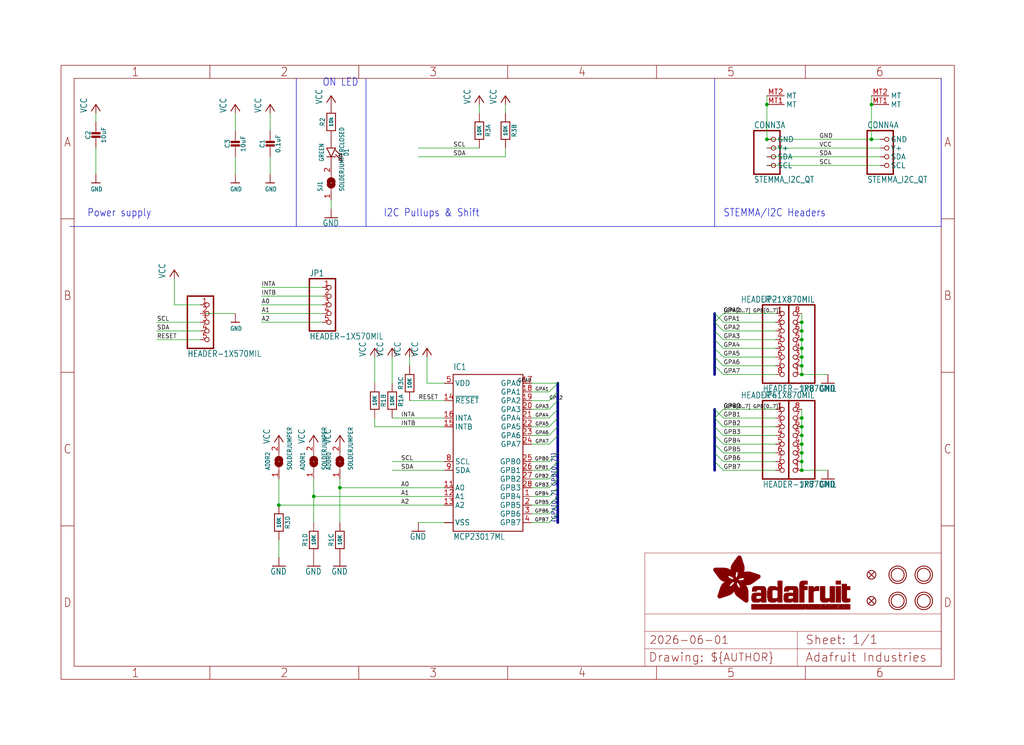
<source format=kicad_sch>
(kicad_sch (version 20250114) (generator "eeschema") (generator_version "9.0")
  (paper "User" 298.45 217.322)
  (lib_symbols
    (symbol "Adafruit MCP23017 GPIO Expander-eagle-import:CAP_CERAMIC0603_NO"
      (property "Reference" "C" (at -2.29 1.25 90))
      (symbol "CAP_CERAMIC0603_NO_1_0"
        (pin passive line (at 0 5.08 270) (length 2.54) (name "1") (number "1"))
        (pin passive line (at 0 -2.54 90) (length 2.54) (name "2") (number "2"))
      )
    )
    (symbol "Adafruit MCP23017 GPIO Expander-eagle-import:CAP_CERAMIC0805-NOOUTLINE"
      (property "Reference" "C" (at -2.29 1.25 90))
      (symbol "CAP_CERAMIC0805-NOOUTLINE_1_0"
        (pin passive line (at 0 5.08 270) (length 2.54) (name "1") (number "1"))
        (pin passive line (at 0 -2.54 90) (length 2.54) (name "2") (number "2"))
      )
    )
    (symbol "Adafruit MCP23017 GPIO Expander-eagle-import:FIDUCIAL_1MM")
    (symbol "Adafruit MCP23017 GPIO Expander-eagle-import:FRAME_A4_ADAFRUIT"
      (symbol "FRAME_A4_ADAFRUIT_1_0"
        (text "A" (at 1.905 156.6863 0) (effects (font (size 2.54 2.286))))
        (text "B" (at 1.905 111.9188 0) (effects (font (size 2.54 2.286))))
        (text "C" (at 1.905 67.1513 0) (effects (font (size 2.54 2.286))))
        (text "D" (at 1.905 22.3838 0) (effects (font (size 2.54 2.286))))
        (text "1" (at 21.6958 177.165 0) (effects (font (size 2.54 2.286))))
        (text "1" (at 21.6958 1.905 0) (effects (font (size 2.54 2.286))))
        (text "2" (at 65.0875 177.165 0) (effects (font (size 2.54 2.286))))
        (text "2" (at 65.0875 1.905 0) (effects (font (size 2.54 2.286))))
        (text "3" (at 108.4792 177.165 0) (effects (font (size 2.54 2.286))))
        (text "3" (at 108.4792 1.905 0) (effects (font (size 2.54 2.286))))
        (text "4" (at 151.8708 177.165 0) (effects (font (size 2.54 2.286))))
        (text "4" (at 151.8708 1.905 0) (effects (font (size 2.54 2.286))))
        (text "Drawing:" (at 171.196 4.953 0) (effects (font (size 2.54 2.54)) (justify left bottom)))
        (text "${PROJECTNAME}" (at 171.45 15.24 0) (effects (font (size 2.54 2.54)) (justify left bottom)))
        (text "${CURRENT_DATE}" (at 171.45 10.16 0) (effects (font (size 2.286 2.286)) (justify left bottom)))
        (text "${AUTHOR}" (at 189.23 5.08 0) (effects (font (size 2.286 2.286)) (justify left bottom)))
        (text "5" (at 195.2625 177.165 0) (effects (font (size 2.54 2.286))))
        (text "5" (at 195.2625 1.905 0) (effects (font (size 2.54 2.286))))
        (text "Sheet:" (at 216.916 10.033 0) (effects (font (size 2.54 2.54)) (justify left bottom)))
        (text "Adafruit Industries" (at 216.916 4.953 0) (effects (font (size 2.54 2.54)) (justify left bottom)))
        (text "${#}/${##}" (at 230.505 10.16 0) (effects (font (size 2.54 2.54)) (justify left bottom)))
        (text "6" (at 238.6542 177.165 0) (effects (font (size 2.54 2.286))))
        (text "6" (at 238.6542 1.905 0) (effects (font (size 2.54 2.286))))
        (text "A" (at 258.445 156.6863 0) (effects (font (size 2.54 2.286))))
        (text "B" (at 258.445 111.9188 0) (effects (font (size 2.54 2.286))))
        (text "C" (at 258.445 67.1513 0) (effects (font (size 2.54 2.286))))
        (text "D" (at 258.445 22.3838 0) (effects (font (size 2.54 2.286))))
      )
    )
    (symbol "Adafruit MCP23017 GPIO Expander-eagle-import:GND" (power)
      (symbol "GND_1_0"
        (pin power_in line (at 0 2.54 270) (length 2.54) (name "GND") (number "1"))
      )
    )
    (symbol "Adafruit MCP23017 GPIO Expander-eagle-import:HEADER-1X570MIL"
      (property "Reference" "JP" (at -6.35 8.255 0))
      (symbol "HEADER-1X570MIL_1_0"
        (pin passive inverted (at -2.54 5.08 0) (length 2.54) (name "1") (number "1"))
        (pin passive inverted (at -2.54 2.54 0) (length 2.54) (name "2") (number "2"))
        (pin passive inverted (at -2.54 0 0) (length 2.54) (name "3") (number "3"))
        (pin passive inverted (at -2.54 -2.54 0) (length 2.54) (name "4") (number "4"))
        (pin passive inverted (at -2.54 -5.08 0) (length 2.54) (name "5") (number "5"))
      )
    )
    (symbol "Adafruit MCP23017 GPIO Expander-eagle-import:HEADER-1X870MIL"
      (property "Reference" "JP" (at -6.35 13.335 0))
      (symbol "HEADER-1X870MIL_1_0"
        (pin passive inverted (at -2.54 10.16 0) (length 2.54) (name "1") (number "1"))
        (pin passive inverted (at -2.54 7.62 0) (length 2.54) (name "2") (number "2"))
        (pin passive inverted (at -2.54 5.08 0) (length 2.54) (name "3") (number "3"))
        (pin passive inverted (at -2.54 2.54 0) (length 2.54) (name "4") (number "4"))
        (pin passive inverted (at -2.54 0 0) (length 2.54) (name "5") (number "5"))
        (pin passive inverted (at -2.54 -2.54 0) (length 2.54) (name "6") (number "6"))
        (pin passive inverted (at -2.54 -5.08 0) (length 2.54) (name "7") (number "7"))
        (pin passive inverted (at -2.54 -7.62 0) (length 2.54) (name "8") (number "8"))
      )
    )
    (symbol "Adafruit MCP23017 GPIO Expander-eagle-import:LED0603_NOOUTLINE"
      (property "Reference" "D" (at -1.27 4.445 0))
      (symbol "LED0603_NOOUTLINE_1_0"
        (pin passive line (at -5.08 0 0) (length 2.54) (name "A") (number "A"))
        (pin passive line (at 2.54 0 180) (length 2.54) (name "C") (number "C"))
      )
    )
    (symbol "Adafruit MCP23017 GPIO Expander-eagle-import:MCP23017ML"
      (property "Reference" "IC" (at -10.16 24.13 0))
      (symbol "MCP23017ML_1_0"
        (pin power_in line (at -12.7 20.32 0) (length 2.54) (name "VDD") (number "5"))
        (pin input line (at -12.7 15.24 0) (length 2.54) (name "~{RESET}") (number "14"))
        (pin output line (at -12.7 10.16 0) (length 2.54) (name "INTA") (number "16"))
        (pin output line (at -12.7 7.62 0) (length 2.54) (name "INTB") (number "15"))
        (pin input line (at -12.7 -2.54 0) (length 2.54) (name "SCL") (number "8"))
        (pin bidirectional line (at -12.7 -5.08 0) (length 2.54) (name "SDA") (number "9"))
        (pin input line (at -12.7 -10.16 0) (length 2.54) (name "A0") (number "11"))
        (pin input line (at -12.7 -12.7 0) (length 2.54) (name "A1") (number "12"))
        (pin input line (at -12.7 -15.24 0) (length 2.54) (name "A2") (number "13"))
        (pin power_in line (at -12.7 -20.32 0) (length 2.54) (name "VSS") (number "6"))
        (pin power_in line (at -12.7 -20.32 0) (length 2.54) (name "VSS") (number "EXP"))
        (pin bidirectional line (at 12.7 20.32 180) (length 2.54) (name "GPA0") (number "17"))
        (pin bidirectional line (at 12.7 17.78 180) (length 2.54) (name "GPA1") (number "18"))
        (pin bidirectional line (at 12.7 15.24 180) (length 2.54) (name "GPA2") (number "19"))
        (pin bidirectional line (at 12.7 12.7 180) (length 2.54) (name "GPA3") (number "20"))
        (pin bidirectional line (at 12.7 10.16 180) (length 2.54) (name "GPA4") (number "21"))
        (pin bidirectional line (at 12.7 7.62 180) (length 2.54) (name "GPA5") (number "22"))
        (pin bidirectional line (at 12.7 5.08 180) (length 2.54) (name "GPA6") (number "23"))
        (pin bidirectional line (at 12.7 2.54 180) (length 2.54) (name "GPA7") (number "24"))
        (pin bidirectional line (at 12.7 -2.54 180) (length 2.54) (name "GPB0") (number "25"))
        (pin bidirectional line (at 12.7 -5.08 180) (length 2.54) (name "GPB1") (number "26"))
        (pin bidirectional line (at 12.7 -7.62 180) (length 2.54) (name "GPB2") (number "27"))
        (pin bidirectional line (at 12.7 -10.16 180) (length 2.54) (name "GPB3") (number "28"))
        (pin bidirectional line (at 12.7 -12.7 180) (length 2.54) (name "GPB4") (number "1"))
        (pin bidirectional line (at 12.7 -15.24 180) (length 2.54) (name "GPB5") (number "2"))
        (pin bidirectional line (at 12.7 -17.78 180) (length 2.54) (name "GPB6") (number "3"))
        (pin bidirectional line (at 12.7 -20.32 180) (length 2.54) (name "GPB7") (number "4"))
      )
    )
    (symbol "Adafruit MCP23017 GPIO Expander-eagle-import:MOUNTINGHOLE2.5")
    (symbol "Adafruit MCP23017 GPIO Expander-eagle-import:RESISTOR_0603_NOOUT"
      (property "Reference" "R" (at 0 2.54 0))
      (symbol "RESISTOR_0603_NOOUT_1_0"
        (pin passive line (at -5.08 0 0) (length 2.54) (name "1") (number "1"))
        (pin passive line (at 5.08 0 180) (length 2.54) (name "2") (number "2"))
      )
    )
    (symbol "Adafruit MCP23017 GPIO Expander-eagle-import:RESISTOR_4PACK"
      (property "Reference" "R" (at 0 2.54 0))
      (symbol "RESISTOR_4PACK_1_0"
        (pin passive line (at -5.08 0 0) (length 2.54) (name "1") (number "1"))
        (pin passive line (at 5.08 0 180) (length 2.54) (name "2") (number "8"))
      )
      (symbol "RESISTOR_4PACK_2_0"
        (pin passive line (at -5.08 0 0) (length 2.54) (name "1") (number "2"))
        (pin passive line (at 5.08 0 180) (length 2.54) (name "2") (number "7"))
      )
      (symbol "RESISTOR_4PACK_3_0"
        (pin passive line (at -5.08 0 0) (length 2.54) (name "1") (number "3"))
        (pin passive line (at 5.08 0 180) (length 2.54) (name "2") (number "6"))
      )
      (symbol "RESISTOR_4PACK_4_0"
        (pin passive line (at -5.08 0 0) (length 2.54) (name "1") (number "4"))
        (pin passive line (at 5.08 0 180) (length 2.54) (name "2") (number "5"))
      )
    )
    (symbol "Adafruit MCP23017 GPIO Expander-eagle-import:SOLDERJUMPER"
      (property "Reference" "SJ" (at -2.54 2.54 0))
      (symbol "SOLDERJUMPER_1_0"
        (pin passive line (at -5.08 0 0) (length 2.54) (name "1") (number "1"))
        (pin passive line (at 5.08 0 180) (length 2.54) (name "2") (number "2"))
      )
    )
    (symbol "Adafruit MCP23017 GPIO Expander-eagle-import:SOLDERJUMPERCLOSED"
      (property "Reference" "SJ" (at -2.54 2.54 0))
      (symbol "SOLDERJUMPERCLOSED_1_0"
        (pin passive line (at -5.08 0 0) (length 2.54) (name "1") (number "1"))
        (pin passive line (at 5.08 0 180) (length 2.54) (name "2") (number "2"))
      )
    )
    (symbol "Adafruit MCP23017 GPIO Expander-eagle-import:STEMMA_I2C_QT"
      (symbol "STEMMA_I2C_QT_1_0"
        (pin passive inverted (at 0 5.08 0) (length 2.54) (name "GND") (number "1"))
        (pin passive inverted (at 0 2.54 0) (length 2.54) (name "V+") (number "2"))
        (pin passive inverted (at 0 0 0) (length 2.54) (name "SDA") (number "3"))
        (pin passive inverted (at 0 -2.54 0) (length 2.54) (name "SCL") (number "4"))
      )
      (symbol "STEMMA_I2C_QT_2_0"
        (pin bidirectional line (at 0 0 0) (length 5.08) (name "MT") (number "MT1"))
      )
      (symbol "STEMMA_I2C_QT_3_0"
        (pin bidirectional line (at 0 0 0) (length 5.08) (name "MT") (number "MT2"))
      )
    )
    (symbol "Adafruit MCP23017 GPIO Expander-eagle-import:VCC" (power)
      (symbol "VCC_1_0"
        (pin power_in line (at 0 -2.54 90) (length 2.54) (name "VCC") (number "1"))
      )
    )
    (symbol "Adafruit MCP23017 GPIO Expander-eagle-import:supply1_371_GND" (power)
      (symbol "supply1_371_GND_1_0"
        (pin power_in line (at 0 2.54 270) (length 2.54) (name "GND") (number "1"))
      )
    )
    (symbol "Adafruit MCP23017 GPIO Expander-eagle-import:supply1_GND" (power)
      (symbol "supply1_GND_1_0"
        (pin power_in line (at 0 2.54 270) (length 2.54) (name "GND") (number "1"))
      )
    )
  )
  (text "ON LED" (at 93.98 25.4 0) (effects (font (size 2.1844 1.8567)) (justify left bottom)))
  (text "Power supply" (at 25.4 63.5 0) (effects (font (size 2.1844 1.8567)) (justify left bottom)))
  (text "I2C Pullups & Shift" (at 111.76 63.5 0) (effects (font (size 2.1844 1.8567)) (justify left bottom)))
  (text "STEMMA/I2C Headers" (at 210.82 63.5 0) (effects (font (size 2.1844 1.8567)) (justify left bottom)))
  (junction (at 233.68 124.46))
  (junction (at 233.68 109.22))
  (junction (at 233.68 106.68))
  (junction (at 223.52 30.48))
  (junction (at 81.28 147.32))
  (junction (at 233.68 134.62))
  (junction (at 233.68 96.52))
  (junction (at 233.68 121.92))
  (junction (at 99.06 142.24))
  (junction (at 233.68 137.16))
  (junction (at 233.68 101.6))
  (junction (at 91.44 144.78))
  (junction (at 233.68 99.06))
  (junction (at 233.68 129.54))
  (junction (at 254 40.64))
  (junction (at 233.68 132.08))
  (junction (at 233.68 127))
  (junction (at 233.68 104.14))
  (junction (at 233.68 93.98))
  (junction (at 254 30.48))
  (junction (at 223.52 40.64))
  (bus_entry (at 210.82 121.92) (size -2.54 -2.54))
  (bus_entry (at 160.02 119.38) (size 2.54 -2.54))
  (bus_entry (at 210.82 106.68) (size -2.54 -2.54))
  (bus_entry (at 210.82 119.38) (size -2.54 2.54))
  (bus_entry (at 160.02 129.54) (size 2.54 -2.54))
  (bus_entry (at 210.82 99.06) (size -2.54 -2.54))
  (bus_entry (at 210.82 91.44) (size -2.54 2.54))
  (bus_entry (at 160.02 137.16) (size 2.54 -2.54))
  (bus_entry (at 210.82 101.6) (size -2.54 -2.54))
  (bus_entry (at 210.82 127) (size -2.54 -2.54))
  (bus_entry (at 160.02 152.4) (size 2.54 -2.54))
  (bus_entry (at 160.02 147.32) (size 2.54 -2.54))
  (bus_entry (at 160.02 142.24) (size 2.54 -2.54))
  (bus_entry (at 160.02 139.7) (size 2.54 -2.54))
  (bus_entry (at 210.82 137.16) (size -2.54 -2.54))
  (bus_entry (at 210.82 96.52) (size -2.54 -2.54))
  (bus_entry (at 210.82 129.54) (size -2.54 -2.54))
  (bus_entry (at 210.82 124.46) (size -2.54 -2.54))
  (bus_entry (at 160.02 144.78) (size 2.54 -2.54))
  (bus_entry (at 160.02 124.46) (size 2.54 -2.54))
  (bus_entry (at 210.82 93.98) (size -2.54 -2.54))
  (bus_entry (at 160.02 134.62) (size 2.54 -2.54))
  (bus_entry (at 210.82 104.14) (size -2.54 -2.54))
  (bus_entry (at 160.02 116.84) (size 2.54 -2.54))
  (bus_entry (at 160.02 114.3) (size 2.54 -2.54))
  (bus_entry (at 160.02 121.92) (size 2.54 -2.54))
  (bus_entry (at 210.82 109.22) (size -2.54 -2.54))
  (bus_entry (at 210.82 134.62) (size -2.54 -2.54))
  (bus_entry (at 160.02 127) (size 2.54 -2.54))
  (bus_entry (at 210.82 132.08) (size -2.54 -2.54))
  (bus_entry (at 160.02 149.86) (size 2.54 -2.54))
  (wire (pts (xy 154.94 142.24) (xy 160.02 142.24)) (stroke (width 0.1524)))
  (wire (pts (xy 147.32 45.72) (xy 121.92 45.72)) (stroke (width 0.1524)))
  (polyline (pts (xy 208.28 22.86) (xy 208.28 66.04)) (stroke (width 0.1524) (type solid)))
  (bus (pts (xy 208.28 127) (xy 208.28 129.54)) (stroke (width 0.762)))
  (bus (pts (xy 162.56 119.38) (xy 162.56 121.92)) (stroke (width 0.762)))
  (wire (pts (xy 241.3 109.22) (xy 233.68 109.22)) (stroke (width 0.1524)))
  (wire (pts (xy 78.74 33.02) (xy 78.74 38.1)) (stroke (width 0.1524)))
  (wire (pts (xy 210.82 124.46) (xy 226.06 124.46)) (stroke (width 0.1524)))
  (wire (pts (xy 233.68 124.46) (xy 233.68 127)) (stroke (width 0.1524)))
  (bus (pts (xy 162.56 137.16) (xy 162.56 139.7)) (stroke (width 0.762)))
  (wire (pts (xy 233.68 101.6) (xy 233.68 99.06)) (stroke (width 0.1524)))
  (wire (pts (xy 256.54 40.64) (xy 254 40.64)) (stroke (width 0.1524)))
  (wire (pts (xy 210.82 127) (xy 226.06 127)) (stroke (width 0.1524)))
  (bus (pts (xy 162.56 121.92) (xy 162.56 124.46)) (stroke (width 0.762)))
  (polyline (pts (xy 86.36 66.04) (xy 106.68 66.04)) (stroke (width 0.1524) (type solid)))
  (wire (pts (xy 210.82 99.06) (xy 226.06 99.06)) (stroke (width 0.1524)))
  (polyline (pts (xy 208.28 66.04) (xy 274.32 66.04)) (stroke (width 0.1524) (type solid)))
  (wire (pts (xy 27.94 33.02) (xy 27.94 35.56)) (stroke (width 0.1524)))
  (bus (pts (xy 162.56 111.76) (xy 162.56 114.3)) (stroke (width 0.762)))
  (wire (pts (xy 210.82 91.44) (xy 226.06 91.44)) (stroke (width 0.1524)))
  (wire (pts (xy 210.82 101.6) (xy 226.06 101.6)) (stroke (width 0.1524)))
  (wire (pts (xy 210.82 106.68) (xy 226.06 106.68)) (stroke (width 0.1524)))
  (wire (pts (xy 154.94 144.78) (xy 160.02 144.78)) (stroke (width 0.1524)))
  (wire (pts (xy 256.54 45.72) (xy 223.52 45.72)) (stroke (width 0.1524)))
  (wire (pts (xy 114.3 137.16) (xy 129.54 137.16)) (stroke (width 0.1524)))
  (polyline (pts (xy 106.68 22.86) (xy 106.68 66.04)) (stroke (width 0.1524) (type solid)))
  (wire (pts (xy 210.82 119.38) (xy 226.06 119.38)) (stroke (width 0.1524)))
  (bus (pts (xy 162.56 127) (xy 162.56 132.08)) (stroke (width 0.762)))
  (wire (pts (xy 154.94 139.7) (xy 160.02 139.7)) (stroke (width 0.1524)))
  (wire (pts (xy 99.06 152.4) (xy 99.06 142.24)) (stroke (width 0.1524)))
  (wire (pts (xy 78.74 45.72) (xy 78.74 50.8)) (stroke (width 0.1524)))
  (wire (pts (xy 210.82 121.92) (xy 226.06 121.92)) (stroke (width 0.1524)))
  (wire (pts (xy 233.68 127) (xy 233.68 129.54)) (stroke (width 0.1524)))
  (wire (pts (xy 58.42 96.52) (xy 45.72 96.52)) (stroke (width 0.1524)))
  (wire (pts (xy 154.94 119.38) (xy 160.02 119.38)) (stroke (width 0.1524)))
  (bus (pts (xy 162.56 144.78) (xy 162.56 147.32)) (stroke (width 0.762)))
  (wire (pts (xy 58.42 91.44) (xy 68.58 91.44)) (stroke (width 0.1524)))
  (wire (pts (xy 93.98 93.98) (xy 76.2 93.98)) (stroke (width 0.1524)))
  (wire (pts (xy 233.68 109.22) (xy 233.68 106.68)) (stroke (width 0.1524)))
  (wire (pts (xy 139.7 43.18) (xy 121.92 43.18)) (stroke (width 0.1524)))
  (wire (pts (xy 129.54 144.78) (xy 91.44 144.78)) (stroke (width 0.1524)))
  (wire (pts (xy 233.68 96.52) (xy 233.68 93.98)) (stroke (width 0.1524)))
  (wire (pts (xy 119.38 104.14) (xy 119.38 106.68)) (stroke (width 0.1524)))
  (polyline (pts (xy 86.36 22.86) (xy 86.36 66.04)) (stroke (width 0.1524) (type solid)))
  (wire (pts (xy 81.28 162.56) (xy 81.28 157.48)) (stroke (width 0.1524)))
  (wire (pts (xy 121.92 152.4) (xy 129.54 152.4)) (stroke (width 0.1524)))
  (wire (pts (xy 99.06 142.24) (xy 99.06 139.7)) (stroke (width 0.1524)))
  (wire (pts (xy 93.98 88.9) (xy 76.2 88.9)) (stroke (width 0.1524)))
  (wire (pts (xy 109.22 104.14) (xy 109.22 111.76)) (stroke (width 0.1524)))
  (polyline (pts (xy 106.68 66.04) (xy 208.28 66.04)) (stroke (width 0.1524) (type solid)))
  (polyline (pts (xy 20.32 66.04) (xy 86.36 66.04)) (stroke (width 0.1524) (type solid)))
  (wire (pts (xy 27.94 50.8) (xy 27.94 43.18)) (stroke (width 0.1524)))
  (wire (pts (xy 233.68 104.14) (xy 233.68 101.6)) (stroke (width 0.1524)))
  (bus (pts (xy 162.56 134.62) (xy 162.56 137.16)) (stroke (width 0.762)))
  (bus (pts (xy 208.28 132.08) (xy 208.28 134.62)) (stroke (width 0.762)))
  (wire (pts (xy 254 40.64) (xy 223.52 40.64)) (stroke (width 0.1524)))
  (wire (pts (xy 109.22 124.46) (xy 129.54 124.46)) (stroke (width 0.1524)))
  (wire (pts (xy 114.3 104.14) (xy 114.3 111.76)) (stroke (width 0.1524)))
  (wire (pts (xy 147.32 43.18) (xy 147.32 45.72)) (stroke (width 0.1524)))
  (wire (pts (xy 68.58 33.02) (xy 68.58 38.1)) (stroke (width 0.1524)))
  (wire (pts (xy 139.7 30.48) (xy 139.7 33.02)) (stroke (width 0.1524)))
  (bus (pts (xy 208.28 134.62) (xy 208.28 137.16)) (stroke (width 0.762)))
  (wire (pts (xy 154.94 129.54) (xy 160.02 129.54)) (stroke (width 0.1524)))
  (wire (pts (xy 223.52 30.48) (xy 223.52 40.64)) (stroke (width 0.1524)))
  (wire (pts (xy 58.42 88.9) (xy 50.8 88.9)) (stroke (width 0.1524)))
  (wire (pts (xy 154.94 121.92) (xy 160.02 121.92)) (stroke (width 0.1524)))
  (wire (pts (xy 154.94 114.3) (xy 160.02 114.3)) (stroke (width 0.1524)))
  (wire (pts (xy 154.94 116.84) (xy 160.02 116.84)) (stroke (width 0.1524)))
  (bus (pts (xy 208.28 91.44) (xy 208.28 93.98)) (stroke (width 0.762)))
  (bus (pts (xy 208.28 96.52) (xy 208.28 99.06)) (stroke (width 0.762)))
  (wire (pts (xy 254 27.94) (xy 254 30.48)) (stroke (width 0.1524)))
  (wire (pts (xy 154.94 149.86) (xy 160.02 149.86)) (stroke (width 0.1524)))
  (wire (pts (xy 223.52 27.94) (xy 223.52 30.48)) (stroke (width 0.1524)))
  (bus (pts (xy 162.56 116.84) (xy 162.56 119.38)) (stroke (width 0.762)))
  (bus (pts (xy 208.28 119.38) (xy 208.28 121.92)) (stroke (width 0.762)))
  (polyline (pts (xy 274.32 22.86) (xy 274.32 66.04)) (stroke (width 0.1524) (type solid)))
  (wire (pts (xy 129.54 134.62) (xy 114.3 134.62)) (stroke (width 0.1524)))
  (wire (pts (xy 50.8 88.9) (xy 50.8 81.28)) (stroke (width 0.1524)))
  (bus (pts (xy 162.56 142.24) (xy 162.56 144.78)) (stroke (width 0.762)))
  (wire (pts (xy 147.32 33.02) (xy 147.32 30.48)) (stroke (width 0.1524)))
  (wire (pts (xy 233.68 93.98) (xy 233.68 91.44)) (stroke (width 0.1524)))
  (wire (pts (xy 210.82 134.62) (xy 226.06 134.62)) (stroke (width 0.1524)))
  (wire (pts (xy 91.44 144.78) (xy 91.44 152.4)) (stroke (width 0.1524)))
  (wire (pts (xy 223.52 48.26) (xy 256.54 48.26)) (stroke (width 0.1524)))
  (bus (pts (xy 208.28 129.54) (xy 208.28 132.08)) (stroke (width 0.762)))
  (wire (pts (xy 91.44 139.7) (xy 91.44 144.78)) (stroke (width 0.1524)))
  (bus (pts (xy 208.28 99.06) (xy 208.28 101.6)) (stroke (width 0.762)))
  (wire (pts (xy 109.22 124.46) (xy 109.22 121.92)) (stroke (width 0.1524)))
  (bus (pts (xy 208.28 124.46) (xy 208.28 127)) (stroke (width 0.762)))
  (wire (pts (xy 58.42 99.06) (xy 45.72 99.06)) (stroke (width 0.1524)))
  (bus (pts (xy 162.56 147.32) (xy 162.56 149.86)) (stroke (width 0.762)))
  (wire (pts (xy 254 30.48) (xy 254 40.64)) (stroke (width 0.1524)))
  (wire (pts (xy 210.82 104.14) (xy 226.06 104.14)) (stroke (width 0.1524)))
  (bus (pts (xy 208.28 93.98) (xy 208.28 96.52)) (stroke (width 0.762)))
  (wire (pts (xy 154.94 127) (xy 160.02 127)) (stroke (width 0.1524)))
  (wire (pts (xy 154.94 137.16) (xy 160.02 137.16)) (stroke (width 0.1524)))
  (wire (pts (xy 58.42 93.98) (xy 45.72 93.98)) (stroke (width 0.1524)))
  (wire (pts (xy 233.68 106.68) (xy 233.68 104.14)) (stroke (width 0.1524)))
  (bus (pts (xy 162.56 149.86) (xy 162.56 152.4)) (stroke (width 0.762)))
  (wire (pts (xy 93.98 83.82) (xy 76.2 83.82)) (stroke (width 0.1524)))
  (wire (pts (xy 154.94 134.62) (xy 160.02 134.62)) (stroke (width 0.1524)))
  (wire (pts (xy 154.94 152.4) (xy 160.02 152.4)) (stroke (width 0.1524)))
  (wire (pts (xy 124.46 111.76) (xy 124.46 104.14)) (stroke (width 0.1524)))
  (wire (pts (xy 129.54 111.76) (xy 124.46 111.76)) (stroke (width 0.1524)))
  (wire (pts (xy 233.68 129.54) (xy 233.68 132.08)) (stroke (width 0.1524)))
  (wire (pts (xy 241.3 137.16) (xy 233.68 137.16)) (stroke (width 0.1524)))
  (wire (pts (xy 233.68 132.08) (xy 233.68 134.62)) (stroke (width 0.1524)))
  (wire (pts (xy 129.54 116.84) (xy 119.38 116.84)) (stroke (width 0.1524)))
  (wire (pts (xy 76.2 91.44) (xy 93.98 91.44)) (stroke (width 0.1524)))
  (wire (pts (xy 96.52 60.96) (xy 96.52 58.42)) (stroke (width 0.1524)))
  (wire (pts (xy 210.82 132.08) (xy 226.06 132.08)) (stroke (width 0.1524)))
  (bus (pts (xy 162.56 124.46) (xy 162.56 127)) (stroke (width 0.762)))
  (bus (pts (xy 208.28 101.6) (xy 208.28 104.14)) (stroke (width 0.762)))
  (wire (pts (xy 233.68 99.06) (xy 233.68 96.52)) (stroke (width 0.1524)))
  (wire (pts (xy 233.68 134.62) (xy 233.68 137.16)) (stroke (width 0.1524)))
  (wire (pts (xy 226.06 96.52) (xy 210.82 96.52)) (stroke (width 0.1524)))
  (wire (pts (xy 223.52 43.18) (xy 256.54 43.18)) (stroke (width 0.1524)))
  (bus (pts (xy 208.28 106.68) (xy 208.28 109.22)) (stroke (width 0.762)))
  (wire (pts (xy 154.94 124.46) (xy 160.02 124.46)) (stroke (width 0.1524)))
  (wire (pts (xy 233.68 121.92) (xy 233.68 124.46)) (stroke (width 0.1524)))
  (wire (pts (xy 210.82 109.22) (xy 226.06 109.22)) (stroke (width 0.1524)))
  (bus (pts (xy 162.56 132.08) (xy 162.56 134.62)) (stroke (width 0.762)))
  (wire (pts (xy 210.82 129.54) (xy 226.06 129.54)) (stroke (width 0.1524)))
  (wire (pts (xy 210.82 137.16) (xy 226.06 137.16)) (stroke (width 0.1524)))
  (wire (pts (xy 129.54 147.32) (xy 81.28 147.32)) (stroke (width 0.1524)))
  (bus (pts (xy 162.56 114.3) (xy 162.56 116.84)) (stroke (width 0.762)))
  (bus (pts (xy 208.28 121.92) (xy 208.28 124.46)) (stroke (width 0.762)))
  (wire (pts (xy 233.68 119.38) (xy 233.68 121.92)) (stroke (width 0.1524)))
  (bus (pts (xy 208.28 104.14) (xy 208.28 106.68)) (stroke (width 0.762)))
  (wire (pts (xy 129.54 121.92) (xy 114.3 121.92)) (stroke (width 0.1524)))
  (wire (pts (xy 76.2 86.36) (xy 93.98 86.36)) (stroke (width 0.1524)))
  (wire (pts (xy 129.54 142.24) (xy 99.06 142.24)) (stroke (width 0.1524)))
  (wire (pts (xy 68.58 45.72) (xy 68.58 50.8)) (stroke (width 0.1524)))
  (wire (pts (xy 154.94 147.32) (xy 160.02 147.32)) (stroke (width 0.1524)))
  (bus (pts (xy 162.56 139.7) (xy 162.56 142.24)) (stroke (width 0.762)))
  (wire (pts (xy 210.82 93.98) (xy 226.06 93.98)) (stroke (width 0.1524)))
  (wire (pts (xy 154.94 111.76) (xy 162.56 111.76)) (stroke (width 0.1524)))
  (wire (pts (xy 81.28 147.32) (xy 81.28 139.7)) (stroke (width 0.1524)))
  (label "GPA2" (at 210.82 96.52 0) (effects (font (size 1.2446 1.2446))))
  (label "GPB7" (at 160.02 152.4 180) (effects (font (size 1.016 1.016))))
  (label "GPA0" (at 154.94 111.76 180) (effects (font (size 1.016 1.016))))
  (label "INTB" (at 76.2 86.36 0) (effects (font (size 1.2446 1.2446))))
  (label "SCL" (at 116.84 134.62 0) (effects (font (size 1.2446 1.2446))))
  (label "GPA3" (at 210.82 99.06 0) (effects (font (size 1.2446 1.2446))))
  (label "GPA4" (at 160.02 121.92 180) (effects (font (size 1.016 1.016))))
  (label "GPA1" (at 210.82 93.98 0) (effects (font (size 1.2446 1.2446))))
  (label "{GPA[0..7] GPB[0..7]}" (at 210.82 119.38 0) (effects (font (size 1.016 1.016))))
  (label "VCC" (at 238.76 43.18 0) (effects (font (size 1.2446 1.2446))))
  (label "GPA3" (at 160.02 119.38 180) (effects (font (size 1.016 1.016))))
  (label "GPA4" (at 210.82 101.6 0) (effects (font (size 1.2446 1.2446))))
  (label "GND" (at 238.76 40.64 0) (effects (font (size 1.2446 1.2446))))
  (label "A1" (at 76.2 91.44 0) (effects (font (size 1.2446 1.2446))))
  (label "SDA" (at 132.08 45.72 0) (effects (font (size 1.2446 1.2446))))
  (label "INTB" (at 116.84 124.46 0) (effects (font (size 1.2446 1.2446))))
  (label "GPB3" (at 210.82 127 0) (effects (font (size 1.2446 1.2446))))
  (label "GPB0" (at 160.02 134.62 180) (effects (font (size 1.016 1.016))))
  (label "SCL" (at 45.72 93.98 0) (effects (font (size 1.2446 1.2446))))
  (label "SDA" (at 116.84 137.16 0) (effects (font (size 1.2446 1.2446))))
  (label "GPA5" (at 160.02 124.46 180) (effects (font (size 1.016 1.016))))
  (label "A2" (at 116.84 147.32 0) (effects (font (size 1.2446 1.2446))))
  (label "GPB2" (at 210.82 124.46 0) (effects (font (size 1.2446 1.2446))))
  (label "GPB1" (at 210.82 121.92 0) (effects (font (size 1.2446 1.2446))))
  (label "{GPA[0..7] GPB[0..7]}" (at 162.56 152.4 90) (effects (font (size 1.2446 1.2446))))
  (label "GPB6" (at 160.02 149.86 180) (effects (font (size 1.016 1.016))))
  (label "GPA2" (at 160.02 116.84 0) (effects (font (size 1.016 1.016))))
  (label "GPB2" (at 160.02 139.7 180) (effects (font (size 1.016 1.016))))
  (label "SDA" (at 238.76 45.72 0) (effects (font (size 1.2446 1.2446))))
  (label "GPA0" (at 210.82 91.44 0) (effects (font (size 1.2446 1.2446))))
  (label "SDA" (at 45.72 96.52 0) (effects (font (size 1.2446 1.2446))))
  (label "SCL" (at 132.08 43.18 0) (effects (font (size 1.2446 1.2446))))
  (label "{GPA[0..7] GPB[0..7]}" (at 210.82 91.44 0) (effects (font (size 1.016 1.016))))
  (label "GPB5" (at 160.02 147.32 180) (effects (font (size 1.016 1.016))))
  (label "GPB6" (at 210.82 134.62 0) (effects (font (size 1.2446 1.2446))))
  (label "GPB5" (at 210.82 132.08 0) (effects (font (size 1.2446 1.2446))))
  (label "GPB7" (at 210.82 137.16 0) (effects (font (size 1.2446 1.2446))))
  (label "A2" (at 76.2 93.98 0) (effects (font (size 1.2446 1.2446))))
  (label "GPB4" (at 160.02 144.78 180) (effects (font (size 1.016 1.016))))
  (label "INTA" (at 76.2 83.82 0) (effects (font (size 1.2446 1.2446))))
  (label "INTA" (at 116.84 121.92 0) (effects (font (size 1.2446 1.2446))))
  (label "GPA6" (at 160.02 127 180) (effects (font (size 1.016 1.016))))
  (label "GPA6" (at 210.82 106.68 0) (effects (font (size 1.2446 1.2446))))
  (label "A0" (at 116.84 142.24 0) (effects (font (size 1.2446 1.2446))))
  (label "GPA1" (at 160.02 114.3 180) (effects (font (size 1.016 1.016))))
  (label "RESET" (at 45.72 99.06 0) (effects (font (size 1.2446 1.2446))))
  (label "GPB3" (at 160.02 142.24 180) (effects (font (size 1.016 1.016))))
  (label "GPA5" (at 210.82 104.14 0) (effects (font (size 1.2446 1.2446))))
  (label "GPB1" (at 160.02 137.16 180) (effects (font (size 1.016 1.016))))
  (label "GPB0" (at 210.82 119.38 0) (effects (font (size 1.2446 1.2446))))
  (label "GPB4" (at 210.82 129.54 0) (effects (font (size 1.2446 1.2446))))
  (label "A0" (at 76.2 88.9 0) (effects (font (size 1.2446 1.2446))))
  (label "SCL" (at 238.76 48.26 0) (effects (font (size 1.2446 1.2446))))
  (label "GPA7" (at 160.02 129.54 180) (effects (font (size 1.016 1.016))))
  (label "A1" (at 116.84 144.78 0) (effects (font (size 1.2446 1.2446))))
  (label "GPA7" (at 210.82 109.22 0) (effects (font (size 1.2446 1.2446))))
  (label "RESET" (at 121.92 116.84 0) (effects (font (size 1.2446 1.2446))))
  (symbol (lib_id "Adafruit MCP23017 GPIO Expander-eagle-import:supply1_371_GND") (at 96.52 63.5 0) (unit 1)
    (property "Reference" "#GND6" (effects (hide yes)))
    (property "Value" "GND" (at 93.98 66.04 0) (effects (font (size 1.778 1.5113)) (justify left bottom)))
  )
  (symbol (lib_id "Adafruit MCP23017 GPIO Expander-eagle-import:VCC") (at 119.38 101.6 0) (unit 1)
    (property "Reference" "#P+14" (effects (hide yes)))
    (property "Value" "VCC" (at 116.84 104.14 90) (effects (font (size 1.778 1.5113)) (justify left bottom)))
  )
  (symbol (lib_id "Adafruit MCP23017 GPIO Expander-eagle-import:RESISTOR_4PACK") (at 109.22 116.84 270) (unit 2)
    (property "Reference" "R1" (at 111.76 116.84 0))
    (property "Value" "10K" (at 109.22 116.84 0) (effects (font (size 1.016 1.016) (thickness 0.2032) (bold yes))))
    (property "Footprint" "Adafruit MCP23017 GPIO Expander:RESPACK_4X0603" (effects (hide yes)))
  )
  (symbol (lib_id "Adafruit MCP23017 GPIO Expander-eagle-import:STEMMA_I2C_QT") (at 254 30.48 0) (unit 2)
    (property "Reference" "CONN4" (effects (hide yes)))
    (property "Value" "STEMMA_I2C_QT" (effects (hide yes)))
    (property "Footprint" "Adafruit MCP23017 GPIO Expander:JST_SH4" (effects (hide yes)))
  )
  (symbol (lib_id "Adafruit MCP23017 GPIO Expander-eagle-import:HEADER-1X570MIL") (at 60.96 93.98 0) (unit 1)
    (property "Reference" "JP5" (effects (hide yes)))
    (property "Value" "HEADER-1X570MIL" (at 54.61 104.14 0) (effects (font (size 1.778 1.5113)) (justify left bottom)))
    (property "Footprint" "Adafruit MCP23017 GPIO Expander:1X05_ROUND_70" (effects (hide yes)))
  )
  (symbol (lib_id "Adafruit MCP23017 GPIO Expander-eagle-import:MOUNTINGHOLE2.5") (at 269.24 175.26 0) (unit 1)
    (property "Reference" "U$21" (effects (hide yes)))
    (property "Value" "MOUNTINGHOLE2.5" (effects (hide yes)))
    (property "Footprint" "Adafruit MCP23017 GPIO Expander:MOUNTINGHOLE_2.5_PLATED" (effects (hide yes)))
  )
  (symbol (lib_id "Adafruit MCP23017 GPIO Expander-eagle-import:STEMMA_I2C_QT") (at 223.52 30.48 0) (unit 2)
    (property "Reference" "CONN3" (effects (hide yes)))
    (property "Value" "STEMMA_I2C_QT" (effects (hide yes)))
    (property "Footprint" "Adafruit MCP23017 GPIO Expander:JST_SH4" (effects (hide yes)))
  )
  (symbol (lib_id "Adafruit MCP23017 GPIO Expander-eagle-import:FIDUCIAL_1MM") (at 254 175.26 0) (unit 1)
    (property "Reference" "FID3" (effects (hide yes)))
    (property "Value" "FIDUCIAL_1MM" (effects (hide yes)))
    (property "Footprint" "Adafruit MCP23017 GPIO Expander:FIDUCIAL_1MM" (effects (hide yes)))
  )
  (symbol (lib_id "Adafruit MCP23017 GPIO Expander-eagle-import:supply1_GND") (at 99.06 165.1 0) (unit 1)
    (property "Reference" "#GND7" (effects (hide yes)))
    (property "Value" "GND" (at 96.52 167.64 0) (effects (font (size 1.778 1.5113)) (justify left bottom)))
  )
  (symbol (lib_id "Adafruit MCP23017 GPIO Expander-eagle-import:STEMMA_I2C_QT") (at 223.52 27.94 0) (unit 3)
    (property "Reference" "CONN3" (effects (hide yes)))
    (property "Value" "STEMMA_I2C_QT" (effects (hide yes)))
    (property "Footprint" "Adafruit MCP23017 GPIO Expander:JST_SH4" (effects (hide yes)))
  )
  (symbol (lib_id "Adafruit MCP23017 GPIO Expander-eagle-import:VCC") (at 139.7 27.94 0) (unit 1)
    (property "Reference" "#P+1" (effects (hide yes)))
    (property "Value" "VCC" (at 137.16 30.48 90) (effects (font (size 1.778 1.5113)) (justify left bottom)))
  )
  (symbol (lib_id "Adafruit MCP23017 GPIO Expander-eagle-import:supply1_GND") (at 121.92 154.94 0) (unit 1)
    (property "Reference" "#GND3" (effects (hide yes)))
    (property "Value" "GND" (at 119.38 157.48 0) (effects (font (size 1.778 1.5113)) (justify left bottom)))
  )
  (symbol (lib_id "Adafruit MCP23017 GPIO Expander-eagle-import:MOUNTINGHOLE2.5") (at 269.24 167.64 0) (unit 1)
    (property "Reference" "U$19" (effects (hide yes)))
    (property "Value" "MOUNTINGHOLE2.5" (effects (hide yes)))
    (property "Footprint" "Adafruit MCP23017 GPIO Expander:MOUNTINGHOLE_2.5_PLATED" (effects (hide yes)))
  )
  (symbol (lib_id "Adafruit MCP23017 GPIO Expander-eagle-import:SOLDERJUMPER") (at 81.28 134.62 90) (unit 1)
    (property "Reference" "ADDR2" (at 78.74 137.16 0) (effects (font (size 1.27 1.0795)) (justify left bottom)))
    (property "Value" "SOLDERJUMPER" (at 85.09 137.16 0) (effects (font (size 1.27 1.0795)) (justify left bottom)))
    (property "Footprint" "Adafruit MCP23017 GPIO Expander:SOLDERJUMPER_ARROW_NOPASTE" (effects (hide yes)))
  )
  (symbol (lib_id "Adafruit MCP23017 GPIO Expander-eagle-import:FRAME_A4_ADAFRUIT") (at 17.78 198.12 0) (unit 1)
    (property "Reference" "#U$18" (effects (hide yes)))
    (property "Value" "FRAME_A4_ADAFRUIT" (effects (hide yes)))
  )
  (symbol (lib_id "Adafruit MCP23017 GPIO Expander-eagle-import:SOLDERJUMPERCLOSED") (at 96.52 53.34 90) (unit 1)
    (property "Reference" "SJ1" (at 93.98 55.88 0) (effects (font (size 1.27 1.0795)) (justify left bottom)))
    (property "Value" "SOLDERJUMPERCLOSED" (at 100.33 55.88 0) (effects (font (size 1.27 1.0795)) (justify left bottom)))
    (property "Footprint" "Adafruit MCP23017 GPIO Expander:SOLDERJUMPER_CLOSEDWIRE" (effects (hide yes)))
  )
  (symbol (lib_id "Adafruit MCP23017 GPIO Expander-eagle-import:supply1_GND") (at 241.3 111.76 0) (unit 1)
    (property "Reference" "#GND9" (effects (hide yes)))
    (property "Value" "GND" (at 238.76 114.3 0) (effects (font (size 1.778 1.5113)) (justify left bottom)))
  )
  (symbol (lib_id "Adafruit MCP23017 GPIO Expander-eagle-import:VCC") (at 81.28 127 0) (unit 1)
    (property "Reference" "#P+13" (effects (hide yes)))
    (property "Value" "VCC" (at 78.74 129.54 90) (effects (font (size 1.778 1.5113)) (justify left bottom)))
  )
  (symbol (lib_id "Adafruit MCP23017 GPIO Expander-eagle-import:VCC") (at 91.44 127 0) (unit 1)
    (property "Reference" "#P+12" (effects (hide yes)))
    (property "Value" "VCC" (at 88.9 129.54 90) (effects (font (size 1.778 1.5113)) (justify left bottom)))
  )
  (symbol (lib_id "Adafruit MCP23017 GPIO Expander-eagle-import:RESISTOR_4PACK") (at 147.32 38.1 270) (unit 2)
    (property "Reference" "R3" (at 149.86 38.1 0))
    (property "Value" "10K" (at 147.32 38.1 0) (effects (font (size 1.016 1.016) (thickness 0.2032) (bold yes))))
    (property "Footprint" "Adafruit MCP23017 GPIO Expander:RESPACK_4X0603" (effects (hide yes)))
  )
  (symbol (lib_id "Adafruit MCP23017 GPIO Expander-eagle-import:RESISTOR_4PACK") (at 114.3 116.84 270) (unit 1)
    (property "Reference" "R1" (at 116.84 116.84 0))
    (property "Value" "10K" (at 114.3 116.84 0) (effects (font (size 1.016 1.016) (thickness 0.2032) (bold yes))))
    (property "Footprint" "Adafruit MCP23017 GPIO Expander:RESPACK_4X0603" (effects (hide yes)))
  )
  (symbol (lib_id "Adafruit MCP23017 GPIO Expander-eagle-import:SOLDERJUMPER") (at 99.06 134.62 90) (unit 1)
    (property "Reference" "ADDR0" (at 96.52 137.16 0) (effects (font (size 1.27 1.0795)) (justify left bottom)))
    (property "Value" "SOLDERJUMPER" (at 102.87 137.16 0) (effects (font (size 1.27 1.0795)) (justify left bottom)))
    (property "Footprint" "Adafruit MCP23017 GPIO Expander:SOLDERJUMPER_ARROW_NOPASTE" (effects (hide yes)))
  )
  (symbol (lib_id "Adafruit MCP23017 GPIO Expander-eagle-import:MOUNTINGHOLE2.5") (at 261.62 175.26 0) (unit 1)
    (property "Reference" "U$1" (effects (hide yes)))
    (property "Value" "MOUNTINGHOLE2.5" (effects (hide yes)))
    (property "Footprint" "Adafruit MCP23017 GPIO Expander:MOUNTINGHOLE_2.5_PLATED" (effects (hide yes)))
  )
  (symbol (lib_id "Adafruit MCP23017 GPIO Expander-eagle-import:HEADER-1X870MIL") (at 228.6 101.6 0) (unit 1)
    (property "Reference" "JP2" (at 222.25 88.265 0) (effects (font (size 1.778 1.5113)) (justify left bottom)))
    (property "Value" "HEADER-1X870MIL" (at 222.25 114.3 0) (effects (font (size 1.778 1.5113)) (justify left bottom)))
    (property "Footprint" "Adafruit MCP23017 GPIO Expander:1X08_ROUND_70" (effects (hide yes)))
  )
  (symbol (lib_id "Adafruit MCP23017 GPIO Expander-eagle-import:RESISTOR_4PACK") (at 139.7 38.1 270) (unit 1)
    (property "Reference" "R3" (at 142.24 38.1 0))
    (property "Value" "10K" (at 139.7 38.1 0) (effects (font (size 1.016 1.016) (thickness 0.2032) (bold yes))))
    (property "Footprint" "Adafruit MCP23017 GPIO Expander:RESPACK_4X0603" (effects (hide yes)))
  )
  (symbol (lib_id "Adafruit MCP23017 GPIO Expander-eagle-import:VCC") (at 124.46 101.6 0) (unit 1)
    (property "Reference" "#P+8" (effects (hide yes)))
    (property "Value" "VCC" (at 121.92 104.14 90) (effects (font (size 1.778 1.5113)) (justify left bottom)))
  )
  (symbol (lib_id "Adafruit MCP23017 GPIO Expander-eagle-import:STEMMA_I2C_QT") (at 223.52 45.72 0) (unit 1)
    (property "Reference" "CONN3" (at 219.71 37.465 0) (effects (font (size 1.778 1.5113)) (justify left bottom)))
    (property "Value" "STEMMA_I2C_QT" (at 219.71 53.34 0) (effects (font (size 1.778 1.5113)) (justify left bottom)))
    (property "Footprint" "Adafruit MCP23017 GPIO Expander:JST_SH4" (effects (hide yes)))
  )
  (symbol (lib_id "Adafruit MCP23017 GPIO Expander-eagle-import:VCC") (at 50.8 78.74 0) (unit 1)
    (property "Reference" "#P+4" (effects (hide yes)))
    (property "Value" "VCC" (at 48.26 81.28 90) (effects (font (size 1.778 1.5113)) (justify left bottom)))
  )
  (symbol (lib_id "Adafruit MCP23017 GPIO Expander-eagle-import:VCC") (at 68.58 30.48 0) (unit 1)
    (property "Reference" "#P+5" (effects (hide yes)))
    (property "Value" "VCC" (at 66.04 33.02 90) (effects (font (size 1.778 1.5113)) (justify left bottom)))
  )
  (symbol (lib_id "Adafruit MCP23017 GPIO Expander-eagle-import:VCC") (at 96.52 27.94 0) (unit 1)
    (property "Reference" "#P+7" (effects (hide yes)))
    (property "Value" "VCC" (at 93.98 30.48 90) (effects (font (size 1.778 1.5113)) (justify left bottom)))
  )
  (symbol (lib_id "Adafruit MCP23017 GPIO Expander-eagle-import:CAP_CERAMIC0805-NOOUTLINE") (at 68.58 43.18 0) (unit 1)
    (property "Reference" "C3" (at 66.29 41.93 90))
    (property "Value" "10uF" (at 70.88 41.93 90))
    (property "Footprint" "Adafruit MCP23017 GPIO Expander:0805-NO" (effects (hide yes)))
  )
  (symbol (lib_id "Adafruit MCP23017 GPIO Expander-eagle-import:HEADER-1X870MIL") (at 228.6 129.54 0) (unit 1)
    (property "Reference" "JP6" (at 222.25 116.205 0) (effects (font (size 1.778 1.5113)) (justify left bottom)))
    (property "Value" "HEADER-1X870MIL" (at 222.25 142.24 0) (effects (font (size 1.778 1.5113)) (justify left bottom)))
    (property "Footprint" "Adafruit MCP23017 GPIO Expander:1X08_ROUND_70" (effects (hide yes)))
  )
  (symbol (lib_id "Adafruit MCP23017 GPIO Expander-eagle-import:HEADER-1X570MIL") (at 96.52 88.9 0) (unit 1)
    (property "Reference" "JP1" (at 90.17 80.645 0) (effects (font (size 1.778 1.5113)) (justify left bottom)))
    (property "Value" "HEADER-1X570MIL" (at 90.17 99.06 0) (effects (font (size 1.778 1.5113)) (justify left bottom)))
    (property "Footprint" "Adafruit MCP23017 GPIO Expander:1X05_ROUND_70" (effects (hide yes)))
  )
  (symbol (lib_id "Adafruit MCP23017 GPIO Expander-eagle-import:GND") (at 78.74 53.34 0) (unit 1)
    (property "Reference" "#U$6" (effects (hide yes)))
    (property "Value" "GND" (at 77.216 55.88 0) (effects (font (size 1.27 1.0795)) (justify left bottom)))
  )
  (symbol (lib_id "Adafruit MCP23017 GPIO Expander-eagle-import:SOLDERJUMPER") (at 91.44 134.62 90) (unit 1)
    (property "Reference" "ADDR1" (at 88.9 137.16 0) (effects (font (size 1.27 1.0795)) (justify left bottom)))
    (property "Value" "SOLDERJUMPER" (at 95.25 137.16 0) (effects (font (size 1.27 1.0795)) (justify left bottom)))
    (property "Footprint" "Adafruit MCP23017 GPIO Expander:SOLDERJUMPER_ARROW_NOPASTE" (effects (hide yes)))
  )
  (symbol (lib_id "Adafruit MCP23017 GPIO Expander-eagle-import:VCC") (at 109.22 101.6 0) (unit 1)
    (property "Reference" "#P+10" (effects (hide yes)))
    (property "Value" "VCC" (at 106.68 104.14 90) (effects (font (size 1.778 1.5113)) (justify left bottom)))
  )
  (symbol (lib_id "Adafruit MCP23017 GPIO Expander-eagle-import:GND") (at 68.58 53.34 0) (unit 1)
    (property "Reference" "#U$5" (effects (hide yes)))
    (property "Value" "GND" (at 67.056 55.88 0) (effects (font (size 1.27 1.0795)) (justify left bottom)))
  )
  (symbol (lib_id "Adafruit MCP23017 GPIO Expander-eagle-import:RESISTOR_4PACK") (at 91.44 157.48 90) (unit 4)
    (property "Reference" "R1" (at 88.9 157.48 0))
    (property "Value" "10K" (at 91.44 157.48 0) (effects (font (size 1.016 1.016) (thickness 0.2032) (bold yes))))
    (property "Footprint" "Adafruit MCP23017 GPIO Expander:RESPACK_4X0603" (effects (hide yes)))
  )
  (symbol (lib_id "Adafruit MCP23017 GPIO Expander-eagle-import:supply1_GND") (at 91.44 165.1 0) (unit 1)
    (property "Reference" "#GND1" (effects (hide yes)))
    (property "Value" "GND" (at 88.9 167.64 0) (effects (font (size 1.778 1.5113)) (justify left bottom)))
  )
  (symbol (lib_id "Adafruit MCP23017 GPIO Expander-eagle-import:LED0603_NOOUTLINE") (at 96.52 45.72 270) (unit 1)
    (property "Reference" "D1" (at 100.965 44.45 0) (effects (font (size 1.27 1.0795))))
    (property "Value" "GREEN" (at 93.726 44.45 0) (effects (font (size 1.27 1.0795))))
    (property "Footprint" "Adafruit MCP23017 GPIO Expander:CHIPLED_0603_NOOUTLINE" (effects (hide yes)))
  )
  (symbol (lib_id "Adafruit MCP23017 GPIO Expander-eagle-import:supply1_GND") (at 241.3 139.7 0) (unit 1)
    (property "Reference" "#GND8" (effects (hide yes)))
    (property "Value" "GND" (at 238.76 142.24 0) (effects (font (size 1.778 1.5113)) (justify left bottom)))
  )
  (symbol (lib_id "Adafruit MCP23017 GPIO Expander-eagle-import:supply1_GND") (at 81.28 165.1 0) (unit 1)
    (property "Reference" "#GND4" (effects (hide yes)))
    (property "Value" "GND" (at 78.74 167.64 0) (effects (font (size 1.778 1.5113)) (justify left bottom)))
  )
  (symbol (lib_id "Adafruit MCP23017 GPIO Expander-eagle-import:HEADER-1X870MIL") (at 231.14 127 180) (unit 1)
    (property "Reference" "JP7" (at 237.49 140.335 0) (effects (font (size 1.778 1.5113)) (justify left bottom)))
    (property "Value" "HEADER-1X870MIL" (at 237.49 114.3 0) (effects (font (size 1.778 1.5113)) (justify left bottom)))
    (property "Footprint" "Adafruit MCP23017 GPIO Expander:1X08_ROUND_70" (effects (hide yes)))
  )
  (symbol (lib_id "Adafruit MCP23017 GPIO Expander-eagle-import:VCC") (at 78.74 30.48 0) (unit 1)
    (property "Reference" "#P+6" (effects (hide yes)))
    (property "Value" "VCC" (at 76.2 33.02 90) (effects (font (size 1.778 1.5113)) (justify left bottom)))
  )
  (symbol (lib_id "Adafruit MCP23017 GPIO Expander-eagle-import:STEMMA_I2C_QT") (at 254 27.94 0) (unit 3)
    (property "Reference" "CONN4" (effects (hide yes)))
    (property "Value" "STEMMA_I2C_QT" (effects (hide yes)))
    (property "Footprint" "Adafruit MCP23017 GPIO Expander:JST_SH4" (effects (hide yes)))
  )
  (symbol (lib_id "Adafruit MCP23017 GPIO Expander-eagle-import:MOUNTINGHOLE2.5") (at 261.62 167.64 0) (unit 1)
    (property "Reference" "U$17" (effects (hide yes)))
    (property "Value" "MOUNTINGHOLE2.5" (effects (hide yes)))
    (property "Footprint" "Adafruit MCP23017 GPIO Expander:MOUNTINGHOLE_2.5_PLATED" (effects (hide yes)))
  )
  (symbol (lib_id "Adafruit MCP23017 GPIO Expander-eagle-import:HEADER-1X870MIL") (at 231.14 99.06 180) (unit 1)
    (property "Reference" "JP8" (at 237.49 112.395 0) (effects (font (size 1.778 1.5113)) (justify left bottom)))
    (property "Value" "HEADER-1X870MIL" (at 237.49 86.36 0) (effects (font (size 1.778 1.5113)) (justify left bottom)))
    (property "Footprint" "Adafruit MCP23017 GPIO Expander:1X08_ROUND_70" (effects (hide yes)))
  )
  (symbol (lib_id "Adafruit MCP23017 GPIO Expander-eagle-import:FIDUCIAL_1MM") (at 254 167.64 0) (unit 1)
    (property "Reference" "FID4" (effects (hide yes)))
    (property "Value" "FIDUCIAL_1MM" (effects (hide yes)))
    (property "Footprint" "Adafruit MCP23017 GPIO Expander:FIDUCIAL_1MM" (effects (hide yes)))
  )
  (symbol (lib_id "Adafruit MCP23017 GPIO Expander-eagle-import:MCP23017ML") (at 142.24 132.08 0) (unit 1)
    (property "Reference" "IC1" (at 132.08 107.95 0) (effects (font (size 1.778 1.5113)) (justify left bottom)))
    (property "Value" "MCP23017ML" (at 132.08 157.48 0) (effects (font (size 1.778 1.5113)) (justify left bottom)))
    (property "Footprint" "Adafruit MCP23017 GPIO Expander:QFN28-ML_6X6MM" (effects (hide yes)))
  )
  (symbol (lib_id "Adafruit MCP23017 GPIO Expander-eagle-import:RESISTOR_0603_NOOUT") (at 96.52 35.56 90) (unit 1)
    (property "Reference" "R2" (at 93.98 35.56 0))
    (property "Value" "10k" (at 96.52 35.56 0) (effects (font (size 1.016 1.016) (thickness 0.2032) (bold yes))))
    (property "Footprint" "Adafruit MCP23017 GPIO Expander:0603-NO" (effects (hide yes)))
  )
  (symbol (lib_id "Adafruit MCP23017 GPIO Expander-eagle-import:GND") (at 27.94 53.34 0) (unit 1)
    (property "Reference" "#U$13" (effects (hide yes)))
    (property "Value" "GND" (at 26.416 55.88 0) (effects (font (size 1.27 1.0795)) (justify left bottom)))
  )
  (symbol (lib_id "Adafruit MCP23017 GPIO Expander-eagle-import:VCC") (at 99.06 127 0) (unit 1)
    (property "Reference" "#P+11" (effects (hide yes)))
    (property "Value" "VCC" (at 96.52 129.54 90) (effects (font (size 1.778 1.5113)) (justify left bottom)))
  )
  (symbol (lib_id "Adafruit MCP23017 GPIO Expander-eagle-import:GND") (at 68.58 93.98 0) (unit 1)
    (property "Reference" "#U$10" (effects (hide yes)))
    (property "Value" "GND" (at 67.056 96.52 0) (effects (font (size 1.27 1.0795)) (justify left bottom)))
  )
  (symbol (lib_id "Adafruit MCP23017 GPIO Expander-eagle-import:RESISTOR_4PACK") (at 119.38 111.76 90) (unit 3)
    (property "Reference" "R3" (at 116.84 111.76 0))
    (property "Value" "10K" (at 119.38 111.76 0) (effects (font (size 1.016 1.016) (thickness 0.2032) (bold yes))))
    (property "Footprint" "Adafruit MCP23017 GPIO Expander:RESPACK_4X0603" (effects (hide yes)))
  )
  (symbol (lib_id "Adafruit MCP23017 GPIO Expander-eagle-import:STEMMA_I2C_QT") (at 256.54 45.72 0) (unit 1)
    (property "Reference" "CONN4" (at 252.73 37.465 0) (effects (font (size 1.778 1.5113)) (justify left bottom)))
    (property "Value" "STEMMA_I2C_QT" (at 252.73 53.34 0) (effects (font (size 1.778 1.5113)) (justify left bottom)))
    (property "Footprint" "Adafruit MCP23017 GPIO Expander:JST_SH4" (effects (hide yes)))
  )
  (symbol (lib_id "Adafruit MCP23017 GPIO Expander-eagle-import:VCC") (at 114.3 101.6 0) (unit 1)
    (property "Reference" "#P+9" (effects (hide yes)))
    (property "Value" "VCC" (at 111.76 104.14 90) (effects (font (size 1.778 1.5113)) (justify left bottom)))
  )
  (symbol (lib_id "Adafruit MCP23017 GPIO Expander-eagle-import:CAP_CERAMIC0603_NO") (at 78.74 43.18 0) (unit 1)
    (property "Reference" "C1" (at 76.45 41.93 90))
    (property "Value" "0.1uF" (at 81.04 41.93 90))
    (property "Footprint" "Adafruit MCP23017 GPIO Expander:0603-NO" (effects (hide yes)))
  )
  (symbol (lib_id "Adafruit MCP23017 GPIO Expander-eagle-import:RESISTOR_4PACK") (at 99.06 157.48 90) (unit 3)
    (property "Reference" "R1" (at 96.52 157.48 0))
    (property "Value" "10K" (at 99.06 157.48 0) (effects (font (size 1.016 1.016) (thickness 0.2032) (bold yes))))
    (property "Footprint" "Adafruit MCP23017 GPIO Expander:RESPACK_4X0603" (effects (hide yes)))
  )
  (symbol (lib_id "Adafruit MCP23017 GPIO Expander-eagle-import:VCC") (at 147.32 27.94 0) (unit 1)
    (property "Reference" "#P+2" (effects (hide yes)))
    (property "Value" "VCC" (at 144.78 30.48 90) (effects (font (size 1.778 1.5113)) (justify left bottom)))
  )
  (symbol (lib_id "Adafruit MCP23017 GPIO Expander-eagle-import:CAP_CERAMIC0805-NOOUTLINE") (at 27.94 40.64 0) (unit 1)
    (property "Reference" "C2" (at 25.65 39.39 90))
    (property "Value" "10uF" (at 30.24 39.39 90))
    (property "Footprint" "Adafruit MCP23017 GPIO Expander:0805-NO" (effects (hide yes)))
  )
  (symbol (lib_id "Adafruit MCP23017 GPIO Expander-eagle-import:RESISTOR_4PACK") (at 81.28 152.4 270) (unit 4)
    (property "Reference" "R3" (at 83.82 152.4 0))
    (property "Value" "10K" (at 81.28 152.4 0) (effects (font (size 1.016 1.016) (thickness 0.2032) (bold yes))))
    (property "Footprint" "Adafruit MCP23017 GPIO Expander:RESPACK_4X0603" (effects (hide yes)))
  )
  (symbol (lib_id "Adafruit MCP23017 GPIO Expander-eagle-import:VCC") (at 27.94 30.48 0) (unit 1)
    (property "Reference" "#P+3" (effects (hide yes)))
    (property "Value" "VCC" (at 25.4 33.02 90) (effects (font (size 1.778 1.5113)) (justify left bottom)))
  )
)
</source>
